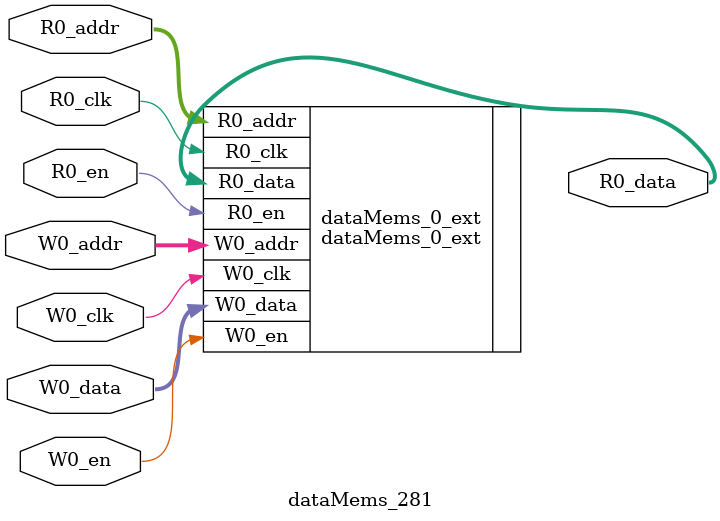
<source format=sv>
`ifndef RANDOMIZE
  `ifdef RANDOMIZE_REG_INIT
    `define RANDOMIZE
  `endif // RANDOMIZE_REG_INIT
`endif // not def RANDOMIZE
`ifndef RANDOMIZE
  `ifdef RANDOMIZE_MEM_INIT
    `define RANDOMIZE
  `endif // RANDOMIZE_MEM_INIT
`endif // not def RANDOMIZE

`ifndef RANDOM
  `define RANDOM $random
`endif // not def RANDOM

// Users can define 'PRINTF_COND' to add an extra gate to prints.
`ifndef PRINTF_COND_
  `ifdef PRINTF_COND
    `define PRINTF_COND_ (`PRINTF_COND)
  `else  // PRINTF_COND
    `define PRINTF_COND_ 1
  `endif // PRINTF_COND
`endif // not def PRINTF_COND_

// Users can define 'ASSERT_VERBOSE_COND' to add an extra gate to assert error printing.
`ifndef ASSERT_VERBOSE_COND_
  `ifdef ASSERT_VERBOSE_COND
    `define ASSERT_VERBOSE_COND_ (`ASSERT_VERBOSE_COND)
  `else  // ASSERT_VERBOSE_COND
    `define ASSERT_VERBOSE_COND_ 1
  `endif // ASSERT_VERBOSE_COND
`endif // not def ASSERT_VERBOSE_COND_

// Users can define 'STOP_COND' to add an extra gate to stop conditions.
`ifndef STOP_COND_
  `ifdef STOP_COND
    `define STOP_COND_ (`STOP_COND)
  `else  // STOP_COND
    `define STOP_COND_ 1
  `endif // STOP_COND
`endif // not def STOP_COND_

// Users can define INIT_RANDOM as general code that gets injected into the
// initializer block for modules with registers.
`ifndef INIT_RANDOM
  `define INIT_RANDOM
`endif // not def INIT_RANDOM

// If using random initialization, you can also define RANDOMIZE_DELAY to
// customize the delay used, otherwise 0.002 is used.
`ifndef RANDOMIZE_DELAY
  `define RANDOMIZE_DELAY 0.002
`endif // not def RANDOMIZE_DELAY

// Define INIT_RANDOM_PROLOG_ for use in our modules below.
`ifndef INIT_RANDOM_PROLOG_
  `ifdef RANDOMIZE
    `ifdef VERILATOR
      `define INIT_RANDOM_PROLOG_ `INIT_RANDOM
    `else  // VERILATOR
      `define INIT_RANDOM_PROLOG_ `INIT_RANDOM #`RANDOMIZE_DELAY begin end
    `endif // VERILATOR
  `else  // RANDOMIZE
    `define INIT_RANDOM_PROLOG_
  `endif // RANDOMIZE
`endif // not def INIT_RANDOM_PROLOG_

// Include register initializers in init blocks unless synthesis is set
`ifndef SYNTHESIS
  `ifndef ENABLE_INITIAL_REG_
    `define ENABLE_INITIAL_REG_
  `endif // not def ENABLE_INITIAL_REG_
`endif // not def SYNTHESIS

// Include rmemory initializers in init blocks unless synthesis is set
`ifndef SYNTHESIS
  `ifndef ENABLE_INITIAL_MEM_
    `define ENABLE_INITIAL_MEM_
  `endif // not def ENABLE_INITIAL_MEM_
`endif // not def SYNTHESIS

module dataMems_281(	// @[generators/ara/src/main/scala/UnsafeAXI4ToTL.scala:365:62]
  input  [4:0]  R0_addr,
  input         R0_en,
  input         R0_clk,
  output [66:0] R0_data,
  input  [4:0]  W0_addr,
  input         W0_en,
  input         W0_clk,
  input  [66:0] W0_data
);

  dataMems_0_ext dataMems_0_ext (	// @[generators/ara/src/main/scala/UnsafeAXI4ToTL.scala:365:62]
    .R0_addr (R0_addr),
    .R0_en   (R0_en),
    .R0_clk  (R0_clk),
    .R0_data (R0_data),
    .W0_addr (W0_addr),
    .W0_en   (W0_en),
    .W0_clk  (W0_clk),
    .W0_data (W0_data)
  );
endmodule


</source>
